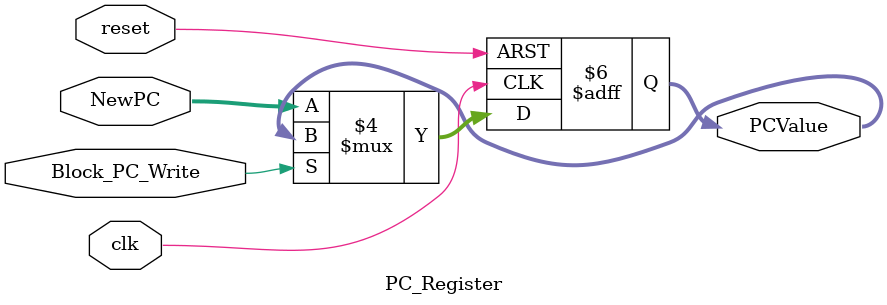
<source format=v>
module PC_Register
#(
  parameter N=32
)
(
  input clk,
  input reset,
  input Block_PC_Write,
  input [N-1:0] NewPC,
  
  output reg [N-1:0] PCValue
);

  always@(negedge reset or posedge clk)
  begin
    if(reset==0)
      PCValue <= 32'h0040_0000;
    else if(Block_PC_Write != 1) 
      PCValue<=NewPC;
  end

endmodule

</source>
